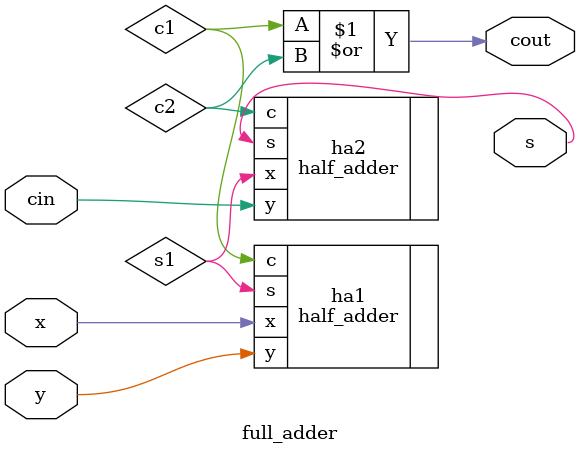
<source format=sv>
module full_adder(input logic x, y, cin, output logic s, cout);
  logic s1, c1, c2;
  half_adder ha1(.x(x),  .y(y),   .s(s1), .c(c1));
  half_adder ha2(.x(s1), .y(cin), .s(s),  .c(c2));
  assign cout = c1 | c2;
endmodule
</source>
